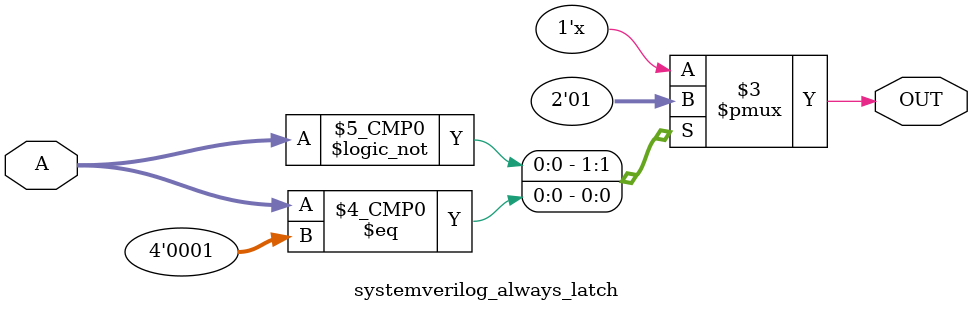
<source format=sv>
module systemverilog_always_latch (input logic [3:0] A, output logic OUT);
   always_comb 
     case(A)
       0:  OUT=0;
       1: OUT=1;
      // default: OUT=0;
     endcase // case (A)
endmodule
   

</source>
